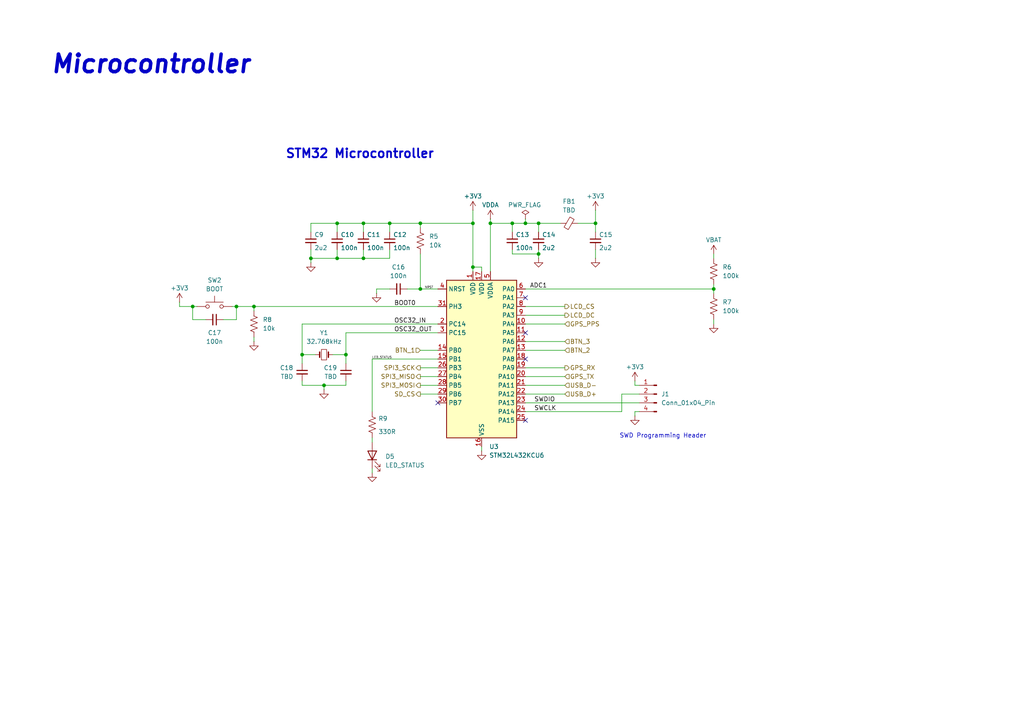
<source format=kicad_sch>
(kicad_sch (version 20231120) (generator "eeschema") (generator_version "8.0")
  (paper "A4")
  (title_block (title "Golf GPS") (date "2025-06-26") (rev "0") (company "B. Kuhn"))
  (lib_symbols
    (symbol "Connector:Conn_01x04_Pin" (pin_names (offset 1.016) hide)
      (property "Reference" "J" (at 0 5.08 0))
      (property "Value" "Conn_01x04_Pin" (at 0 -7.62 0))
      (symbol "Conn_01x04_Pin_1_1"
        (polyline (pts (xy 1.27 -5.08) (xy 0.8636 -5.08)) (stroke (width 0.1524)))
        (polyline (pts (xy 1.27 -2.54) (xy 0.8636 -2.54)) (stroke (width 0.1524)))
        (polyline (pts (xy 1.27 0) (xy 0.8636 0)) (stroke (width 0.1524)))
        (polyline (pts (xy 1.27 2.54) (xy 0.8636 2.54)) (stroke (width 0.1524)))
        (rectangle (start 0.8636 -4.953) (end 0 -5.207) (stroke (width 0.1524)) (fill (type outline)))
        (rectangle (start 0.8636 -2.413) (end 0 -2.667) (stroke (width 0.1524)) (fill (type outline)))
        (rectangle (start 0.8636 0.127) (end 0 -0.127) (stroke (width 0.1524)) (fill (type outline)))
        (rectangle (start 0.8636 2.667) (end 0 2.413) (stroke (width 0.1524)) (fill (type outline)))
        (pin passive line (at 5.08 2.54 180) (length 3.81) (name "Pin_1") (number "1"))
        (pin passive line (at 5.08 0 180) (length 3.81) (name "Pin_2") (number "2"))
        (pin passive line (at 5.08 -2.54 180) (length 3.81) (name "Pin_3") (number "3"))
        (pin passive line (at 5.08 -5.08 180) (length 3.81) (name "Pin_4") (number "4"))
      )
    )
    (symbol "Device:C_Small" (pin_numbers hide) (pin_names (offset 0.254) hide)
      (property "Reference" "C" (at 0.254 1.778 0))
      (property "Value" "C_Small" (at 0.254 -2.032 0))
      (symbol "C_Small_0_1"
        (polyline (pts (xy -1.524 -0.508) (xy 1.524 -0.508)) (stroke (width 0.3302)))
        (polyline (pts (xy -1.524 0.508) (xy 1.524 0.508)) (stroke (width 0.3048)))
      )
      (symbol "C_Small_1_1"
        (pin passive line (at 0 2.54 270) (length 2.032) (name "~") (number "1"))
        (pin passive line (at 0 -2.54 90) (length 2.032) (name "~") (number "2"))
      )
    )
    (symbol "Device:Crystal_Small" (pin_numbers hide) (pin_names (offset 1.016) hide)
      (property "Reference" "Y" (at 0 2.54 0))
      (property "Value" "Crystal_Small" (at 0 -2.54 0))
      (symbol "Crystal_Small_0_1"
        (rectangle (start -0.762 -1.524) (end 0.762 1.524))
        (polyline (pts (xy -1.27 -0.762) (xy -1.27 0.762)) (stroke (width 0.381)))
        (polyline (pts (xy 1.27 -0.762) (xy 1.27 0.762)) (stroke (width 0.381)))
      )
      (symbol "Crystal_Small_1_1"
        (pin passive line (at -2.54 0 0) (length 1.27) (name "1") (number "1"))
        (pin passive line (at 2.54 0 180) (length 1.27) (name "2") (number "2"))
      )
    )
    (symbol "Device:FerriteBead_Small" (pin_numbers hide) (pin_names (offset 0))
      (property "Reference" "FB" (at 1.905 1.27 0))
      (property "Value" "FerriteBead_Small" (at 1.905 -1.27 0))
      (symbol "FerriteBead_Small_0_1"
        (polyline (pts (xy 0 -1.27) (xy 0 -0.7874)))
        (polyline (pts (xy 0 0.889) (xy 0 1.2954)))
        (polyline (pts (xy -1.8288 0.2794) (xy -1.1176 1.4986) (xy 1.8288 -0.2032) (xy 1.1176 -1.4224) (xy -1.8288 0.2794)))
      )
      (symbol "FerriteBead_Small_1_1"
        (pin passive line (at 0 2.54 270) (length 1.27) (name "~") (number "1"))
        (pin passive line (at 0 -2.54 90) (length 1.27) (name "~") (number "2"))
      )
    )
    (symbol "Device:LED" (pin_numbers hide) (pin_names (offset 1.016) hide)
      (property "Reference" "D" (at 0 2.54 0))
      (property "Value" "LED" (at 0 -2.54 0))
      (symbol "LED_0_1"
        (polyline (pts (xy -1.27 -1.27) (xy -1.27 1.27)) (stroke (width 0.254)))
        (polyline (pts (xy -1.27 0) (xy 1.27 0)))
        (polyline (pts (xy 1.27 -1.27) (xy 1.27 1.27) (xy -1.27 0) (xy 1.27 -1.27)) (stroke (width 0.254)))
        (polyline (pts (xy -3.048 -0.762) (xy -4.572 -2.286) (xy -3.81 -2.286) (xy -4.572 -2.286) (xy -4.572 -1.524)))
        (polyline (pts (xy -1.778 -0.762) (xy -3.302 -2.286) (xy -2.54 -2.286) (xy -3.302 -2.286) (xy -3.302 -1.524)))
      )
      (symbol "LED_1_1"
        (pin passive line (at -3.81 0 0) (length 2.54) (name "K") (number "1"))
        (pin passive line (at 3.81 0 180) (length 2.54) (name "A") (number "2"))
      )
    )
    (symbol "Device:R_US" (pin_numbers hide) (pin_names (offset 0))
      (property "Reference" "R" (at 2.54 0 90))
      (property "Value" "R_US" (at -2.54 0 90))
      (symbol "R_US_0_1"
        (polyline (pts (xy 0 -2.286) (xy 0 -2.54)))
        (polyline (pts (xy 0 2.286) (xy 0 2.54)))
        (polyline (pts (xy 0 -0.762) (xy 1.016 -1.143) (xy 0 -1.524) (xy -1.016 -1.905) (xy 0 -2.286)))
        (polyline (pts (xy 0 0.762) (xy 1.016 0.381) (xy 0 0) (xy -1.016 -0.381) (xy 0 -0.762)))
        (polyline (pts (xy 0 2.286) (xy 1.016 1.905) (xy 0 1.524) (xy -1.016 1.143) (xy 0 0.762)))
      )
      (symbol "R_US_1_1"
        (pin passive line (at 0 3.81 270) (length 1.27) (name "~") (number "1"))
        (pin passive line (at 0 -3.81 90) (length 1.27) (name "~") (number "2"))
      )
    )
    (symbol "MCU_ST_STM32L4:STM32L432KCUx"
      (property "Reference" "U" (at -10.16 24.13 0))
      (property "Value" "STM32L432KCUx" (at 5.08 24.13 0))
      (symbol "STM32L432KCUx_0_1"
        (rectangle (start -10.16 -22.86) (end 10.16 22.86) (stroke (width 0.254)) (fill (type background)))
      )
      (symbol "STM32L432KCUx_1_1"
        (pin power_in line (at -2.54 25.4 270) (length 2.54) (name "VDD") (number "1"))
        (pin bidirectional line (at 12.7 10.16 180) (length 2.54) (name "PA4") (number "10"))
        (pin bidirectional line (at 12.7 7.62 180) (length 2.54) (name "PA5") (number "11"))
        (pin bidirectional line (at 12.7 5.08 180) (length 2.54) (name "PA6") (number "12"))
        (pin bidirectional line (at 12.7 2.54 180) (length 2.54) (name "PA7") (number "13"))
        (pin bidirectional line (at -12.7 2.54 0) (length 2.54) (name "PB0") (number "14"))
        (pin bidirectional line (at -12.7 0 0) (length 2.54) (name "PB1") (number "15"))
        (pin power_in line (at 0 -25.4 90) (length 2.54) (name "VSS") (number "16"))
        (pin power_in line (at 0 25.4 270) (length 2.54) (name "VDD") (number "17"))
        (pin bidirectional line (at 12.7 0 180) (length 2.54) (name "PA8") (number "18"))
        (pin bidirectional line (at 12.7 -2.54 180) (length 2.54) (name "PA9") (number "19"))
        (pin bidirectional line (at -12.7 10.16 0) (length 2.54) (name "PC14") (number "2"))
        (pin bidirectional line (at 12.7 -5.08 180) (length 2.54) (name "PA10") (number "20"))
        (pin bidirectional line (at 12.7 -7.62 180) (length 2.54) (name "PA11") (number "21"))
        (pin bidirectional line (at 12.7 -10.16 180) (length 2.54) (name "PA12") (number "22"))
        (pin bidirectional line (at 12.7 -12.7 180) (length 2.54) (name "PA13") (number "23"))
        (pin bidirectional line (at 12.7 -15.24 180) (length 2.54) (name "PA14") (number "24"))
        (pin bidirectional line (at 12.7 -17.78 180) (length 2.54) (name "PA15") (number "25"))
        (pin bidirectional line (at -12.7 -2.54 0) (length 2.54) (name "PB3") (number "26"))
        (pin bidirectional line (at -12.7 -5.08 0) (length 2.54) (name "PB4") (number "27"))
        (pin bidirectional line (at -12.7 -7.62 0) (length 2.54) (name "PB5") (number "28"))
        (pin bidirectional line (at -12.7 -10.16 0) (length 2.54) (name "PB6") (number "29"))
        (pin bidirectional line (at -12.7 7.62 0) (length 2.54) (name "PC15") (number "3"))
        (pin bidirectional line (at -12.7 -12.7 0) (length 2.54) (name "PB7") (number "30"))
        (pin bidirectional line (at -12.7 15.24 0) (length 2.54) (name "PH3") (number "31"))
        (pin passive line (at 0 -25.4 90) (length 2.54) hide (name "VSS") (number "32"))
        (pin passive line (at 0 -25.4 90) (length 2.54) hide (name "VSS") (number "33"))
        (pin input line (at -12.7 20.32 0) (length 2.54) (name "NRST") (number "4"))
        (pin power_in line (at 2.54 25.4 270) (length 2.54) (name "VDDA") (number "5"))
        (pin bidirectional line (at 12.7 20.32 180) (length 2.54) (name "PA0") (number "6"))
        (pin bidirectional line (at 12.7 17.78 180) (length 2.54) (name "PA1") (number "7"))
        (pin bidirectional line (at 12.7 15.24 180) (length 2.54) (name "PA2") (number "8"))
        (pin bidirectional line (at 12.7 12.7 180) (length 2.54) (name "PA3") (number "9"))
      )
    )
    (symbol "Switch:SW_Push" (pin_numbers hide) (pin_names (offset 1.016) hide)
      (property "Reference" "SW" (at 1.27 2.54 0))
      (property "Value" "SW_Push" (at 0 -1.524 0))
      (symbol "SW_Push_0_1"
        (circle (center -2.032 0) (radius 0.508))
        (polyline (pts (xy 0 1.27) (xy 0 3.048)))
        (polyline (pts (xy 2.54 1.27) (xy -2.54 1.27)))
        (circle (center 2.032 0) (radius 0.508))
        (pin passive line (at -5.08 0 0) (length 2.54) (name "1") (number "1"))
        (pin passive line (at 5.08 0 180) (length 2.54) (name "2") (number "2"))
      )
    )
    (symbol "power:+3V3" (power) (pin_numbers hide) (pin_names (offset 0) hide)
      (property "Value" "+3V3" (at 0 3.556 0))
      (symbol "+3V3_0_1"
        (polyline (pts (xy -0.762 1.27) (xy 0 2.54)))
        (polyline (pts (xy 0 0) (xy 0 2.54)))
        (polyline (pts (xy 0 2.54) (xy 0.762 1.27)))
      )
      (symbol "+3V3_1_1"
        (pin power_in line (at 0 0 90) (length 0) (name "~") (number "1"))
      )
    )
    (symbol "power:GND" (power) (pin_numbers hide) (pin_names (offset 0) hide)
      (property "Value" "GND" (at 0 -3.81 0))
      (symbol "GND_0_1"
        (polyline (pts (xy 0 0) (xy 0 -1.27) (xy 1.27 -1.27) (xy 0 -2.54) (xy -1.27 -1.27) (xy 0 -1.27)))
      )
      (symbol "GND_1_1"
        (pin power_in line (at 0 0 270) (length 0) (name "~") (number "1"))
      )
    )
    (symbol "power:PWR_FLAG" (power) (pin_numbers hide) (pin_names (offset 0) hide)
      (property "Value" "PWR_FLAG" (at 0 3.81 0))
      (symbol "PWR_FLAG_0_0"
        (pin power_out line (at 0 0 90) (length 0) (name "~") (number "1"))
      )
      (symbol "PWR_FLAG_0_1"
        (polyline (pts (xy 0 0) (xy 0 1.27) (xy -1.016 1.905) (xy 0 2.54) (xy 1.016 1.905) (xy 0 1.27)))
      )
    )
    (symbol "power:VDDA" (power) (pin_numbers hide) (pin_names (offset 0) hide)
      (property "Value" "VDDA" (at 0 3.556 0))
      (symbol "VDDA_0_1"
        (polyline (pts (xy -0.762 1.27) (xy 0 2.54)))
        (polyline (pts (xy 0 0) (xy 0 2.54)))
        (polyline (pts (xy 0 2.54) (xy 0.762 1.27)))
      )
      (symbol "VDDA_1_1"
        (pin power_in line (at 0 0 90) (length 0) (name "~") (number "1"))
      )
    )
  )
  (junction (at 137.16 64.77))
  (junction (at 152.4 64.77))
  (junction (at 68.58 88.9))
  (junction (at 87.63 102.87))
  (junction (at 142.24 64.77))
  (junction (at 156.21 64.77))
  (junction (at 73.66 88.9))
  (junction (at 90.17 74.93))
  (junction (at 121.92 64.77))
  (junction (at 105.41 74.93))
  (junction (at 93.98 111.76))
  (junction (at 207.01 83.82))
  (junction (at 97.79 74.93))
  (junction (at 100.33 102.87))
  (junction (at 55.88 88.9))
  (junction (at 137.16 77.47))
  (junction (at 97.79 64.77))
  (junction (at 113.03 64.77))
  (junction (at 156.21 73.66))
  (junction (at 148.59 64.77))
  (junction (at 172.72 64.77))
  (junction (at 105.41 64.77))
  (junction (at 121.92 83.82))
  (no_connect (at 127 116.84))
  (no_connect (at 152.4 104.14))
  (no_connect (at 152.4 96.52))
  (no_connect (at 152.4 86.36))
  (no_connect (at 152.4 121.92))
  (wire (pts (xy 152.4 91.44) (xy 163.83 91.44)))
  (wire (pts (xy 93.98 111.76) (xy 93.98 113.03)))
  (wire (pts (xy 109.22 85.09) (xy 109.22 83.82)))
  (wire (pts (xy 52.07 88.9) (xy 52.07 87.63)))
  (wire (pts (xy 97.79 74.93) (xy 105.41 74.93)))
  (wire (pts (xy 152.4 111.76) (xy 163.83 111.76)))
  (wire (pts (xy 139.7 77.47) (xy 139.7 78.74)))
  (wire (pts (xy 184.15 119.38) (xy 184.15 120.65)))
  (wire (pts (xy 180.34 114.3) (xy 180.34 119.38)))
  (wire (pts (xy 68.58 92.71) (xy 64.77 92.71)))
  (wire (pts (xy 87.63 111.76) (xy 87.63 110.49)))
  (wire (pts (xy 113.03 67.31) (xy 113.03 64.77)))
  (wire (pts (xy 90.17 64.77) (xy 90.17 67.31)))
  (wire (pts (xy 172.72 64.77) (xy 172.72 67.31)))
  (wire (pts (xy 107.95 104.14) (xy 127 104.14)))
  (wire (pts (xy 67.31 88.9) (xy 68.58 88.9)))
  (wire (pts (xy 113.03 72.39) (xy 113.03 74.93)))
  (wire (pts (xy 73.66 88.9) (xy 73.66 90.17)))
  (wire (pts (xy 68.58 88.9) (xy 68.58 92.71)))
  (wire (pts (xy 148.59 64.77) (xy 152.4 64.77)))
  (wire (pts (xy 172.72 60.96) (xy 172.72 64.77)))
  (wire (pts (xy 152.4 93.98) (xy 163.83 93.98)))
  (wire (pts (xy 156.21 73.66) (xy 156.21 74.93)))
  (wire (pts (xy 118.11 83.82) (xy 121.92 83.82)))
  (wire (pts (xy 139.7 129.54) (xy 139.7 130.81)))
  (wire (pts (xy 185.42 111.76) (xy 184.15 111.76)))
  (wire (pts (xy 207.01 73.66) (xy 207.01 74.93)))
  (wire (pts (xy 148.59 64.77) (xy 148.59 67.31)))
  (wire (pts (xy 105.41 74.93) (xy 113.03 74.93)))
  (wire (pts (xy 152.4 114.3) (xy 163.83 114.3)))
  (wire (pts (xy 90.17 74.93) (xy 90.17 76.2)))
  (wire (pts (xy 127 114.3) (xy 121.92 114.3)))
  (wire (pts (xy 121.92 64.77) (xy 137.16 64.77)))
  (wire (pts (xy 142.24 63.5) (xy 142.24 64.77)))
  (wire (pts (xy 152.4 83.82) (xy 207.01 83.82)))
  (wire (pts (xy 185.42 114.3) (xy 180.34 114.3)))
  (wire (pts (xy 87.63 93.98) (xy 127 93.98)))
  (wire (pts (xy 100.33 110.49) (xy 100.33 111.76)))
  (wire (pts (xy 73.66 88.9) (xy 68.58 88.9)))
  (wire (pts (xy 73.66 88.9) (xy 127 88.9)))
  (wire (pts (xy 156.21 64.77) (xy 156.21 67.31)))
  (wire (pts (xy 109.22 83.82) (xy 113.03 83.82)))
  (wire (pts (xy 121.92 73.66) (xy 121.92 83.82)))
  (wire (pts (xy 87.63 102.87) (xy 91.44 102.87)))
  (wire (pts (xy 113.03 64.77) (xy 105.41 64.77)))
  (wire (pts (xy 137.16 60.96) (xy 137.16 64.77)))
  (wire (pts (xy 148.59 72.39) (xy 148.59 73.66)))
  (wire (pts (xy 107.95 127) (xy 107.95 128.27)))
  (wire (pts (xy 121.92 66.04) (xy 121.92 64.77)))
  (wire (pts (xy 105.41 72.39) (xy 105.41 74.93)))
  (wire (pts (xy 73.66 97.79) (xy 73.66 99.06)))
  (wire (pts (xy 100.33 102.87) (xy 100.33 105.41)))
  (wire (pts (xy 87.63 102.87) (xy 87.63 105.41)))
  (wire (pts (xy 121.92 83.82) (xy 127 83.82)))
  (wire (pts (xy 207.01 92.71) (xy 207.01 93.98)))
  (wire (pts (xy 97.79 64.77) (xy 105.41 64.77)))
  (wire (pts (xy 55.88 88.9) (xy 55.88 92.71)))
  (wire (pts (xy 152.4 106.68) (xy 163.83 106.68)))
  (wire (pts (xy 152.4 64.77) (xy 156.21 64.77)))
  (wire (pts (xy 142.24 64.77) (xy 148.59 64.77)))
  (wire (pts (xy 152.4 88.9) (xy 163.83 88.9)))
  (wire (pts (xy 90.17 72.39) (xy 90.17 74.93)))
  (wire (pts (xy 185.42 119.38) (xy 184.15 119.38)))
  (wire (pts (xy 127 109.22) (xy 121.92 109.22)))
  (wire (pts (xy 152.4 119.38) (xy 180.34 119.38)))
  (wire (pts (xy 52.07 88.9) (xy 55.88 88.9)))
  (wire (pts (xy 156.21 72.39) (xy 156.21 73.66)))
  (wire (pts (xy 97.79 64.77) (xy 97.79 67.31)))
  (wire (pts (xy 121.92 111.76) (xy 127 111.76)))
  (wire (pts (xy 152.4 63.5) (xy 152.4 64.77)))
  (wire (pts (xy 127 106.68) (xy 121.92 106.68)))
  (wire (pts (xy 152.4 109.22) (xy 163.83 109.22)))
  (wire (pts (xy 137.16 78.74) (xy 137.16 77.47)))
  (wire (pts (xy 59.69 92.71) (xy 55.88 92.71)))
  (wire (pts (xy 142.24 64.77) (xy 142.24 78.74)))
  (wire (pts (xy 100.33 96.52) (xy 127 96.52)))
  (wire (pts (xy 113.03 64.77) (xy 121.92 64.77)))
  (wire (pts (xy 137.16 64.77) (xy 137.16 77.47)))
  (wire (pts (xy 148.59 73.66) (xy 156.21 73.66)))
  (wire (pts (xy 87.63 93.98) (xy 87.63 102.87)))
  (wire (pts (xy 127 101.6) (xy 121.92 101.6)))
  (wire (pts (xy 100.33 102.87) (xy 96.52 102.87)))
  (wire (pts (xy 137.16 77.47) (xy 139.7 77.47)))
  (wire (pts (xy 93.98 111.76) (xy 87.63 111.76)))
  (wire (pts (xy 156.21 64.77) (xy 162.56 64.77)))
  (wire (pts (xy 107.95 135.89) (xy 107.95 137.16)))
  (wire (pts (xy 107.95 104.14) (xy 107.95 119.38)))
  (wire (pts (xy 105.41 64.77) (xy 105.41 67.31)))
  (wire (pts (xy 90.17 64.77) (xy 97.79 64.77)))
  (wire (pts (xy 97.79 72.39) (xy 97.79 74.93)))
  (wire (pts (xy 152.4 99.06) (xy 163.83 99.06)))
  (wire (pts (xy 152.4 116.84) (xy 185.42 116.84)))
  (wire (pts (xy 100.33 96.52) (xy 100.33 102.87)))
  (wire (pts (xy 172.72 72.39) (xy 172.72 74.93)))
  (wire (pts (xy 152.4 101.6) (xy 163.83 101.6)))
  (wire (pts (xy 93.98 111.76) (xy 100.33 111.76)))
  (wire (pts (xy 57.15 88.9) (xy 55.88 88.9)))
  (wire (pts (xy 90.17 74.93) (xy 97.79 74.93)))
  (wire (pts (xy 184.15 110.49) (xy 184.15 111.76)))
  (wire (pts (xy 207.01 83.82) (xy 207.01 85.09)))
  (wire (pts (xy 207.01 82.55) (xy 207.01 83.82)))
  (wire (pts (xy 167.64 64.77) (xy 172.72 64.77)))
  (text "SWD Programming Header" (at 192.278 126.492 0) (effects (font (size 1.27 1.27))))
  (text "Microcontroller" (at 14.478 15.748 0) (effects (font (size 5.08 5.08) (thickness 1.016) (bold yes) (italic yes)) (justify left top)))
  (text "STM32 Microcontroller" (at 104.394 44.704 0) (effects (font (size 2.54 2.54) (thickness 0.508) (bold yes))))
  (label "LED_STATUS" (at 107.95 104.14 0) (effects (font (size 0.635 0.635) (thickness 0.0794))))
  (label "SWCLK" (at 154.94 119.38 0))
  (label "OSC32_OUT" (at 114.3 96.52 0))
  (label "SWDIO" (at 154.94 116.84 0))
  (label "ADC1" (at 153.67 83.82 0))
  (label "BOOT0" (at 114.3 88.9 0))
  (label "OSC32_IN" (at 114.3 93.98 0))
  (label "NRST" (at 123.19 83.82 0) (effects (font (size 0.635 0.635) (thickness 0.0794))))
  (hierarchical_label "GPS_RX" (shape output) (at 163.83 106.68 0))
  (hierarchical_label "USB_D+" (shape input) (at 163.83 114.3 0))
  (hierarchical_label "SD_CS" (shape output) (at 121.92 114.3 180))
  (hierarchical_label "BTN_3" (shape input) (at 163.83 99.06 0))
  (hierarchical_label "LCD_DC" (shape output) (at 163.83 91.44 0))
  (hierarchical_label "BTN_1" (shape input) (at 121.92 101.6 180))
  (hierarchical_label "GPS_PPS" (shape input) (at 163.83 93.98 0))
  (hierarchical_label "SPI3_SCK" (shape output) (at 121.92 106.68 180))
  (hierarchical_label "SPI3_MISO" (shape output) (at 121.92 109.22 180))
  (hierarchical_label "SPI3_MOSI" (shape output) (at 121.92 111.76 180))
  (hierarchical_label "LCD_CS" (shape output) (at 163.83 88.9 0))
  (hierarchical_label "USB_D-" (shape input) (at 163.83 111.76 0))
  (hierarchical_label "BTN_2" (shape input) (at 163.83 101.6 0))
  (hierarchical_label "GPS_TX" (shape input) (at 163.83 109.22 0))
  (symbol (lib_id "power:+3V3") (at 207.01 73.66 0) (unit 1)
    (property "Reference" "#PWR030" (effects (hide yes)))
    (property "Value" "VBAT" (at 207.01 69.596 0))
    (property "Description" "Power symbol creates a global label with name \"+3V3\"" (effects (hide yes)))
  )
  (symbol (lib_id "power:GND") (at 109.22 85.09 0) (unit 1)
    (property "Reference" "#PWR034" (effects (hide yes)))
    (property "Value" "GND" (effects (hide yes)))
    (property "Description" "Power symbol creates a global label with name \"GND\" , ground" (effects (hide yes)))
  )
  (symbol (lib_id "Device:R_US") (at 207.01 88.9 180) (unit 1)
    (property "Reference" "R7" (at 209.55 87.6299 0) (effects (justify right)))
    (property "Value" "100k" (at 209.55 90.1699 0) (effects (justify right)))
    (property "Footprint" "Resistor_SMD:R_0603_1608Metric" (effects (hide yes)))
    (property "Description" "Resistor, US symbol" (effects (hide yes)))
  )
  (symbol (lib_id "Device:C_Small") (at 62.23 92.71 270) (unit 1)
    (property "Reference" "C17" (at 62.2236 96.52 90))
    (property "Value" "100n" (at 62.2236 99.06 90))
    (property "Footprint" "Capacitor_SMD:C_0603_1608Metric" (effects (hide yes)))
    (property "Description" "Unpolarized capacitor, small symbol" (effects (hide yes)))
  )
  (symbol (lib_id "Device:C_Small") (at 113.03 69.85 0) (unit 1)
    (property "Reference" "C12" (at 114.046 68.072 0) (effects (justify left)))
    (property "Value" "100n" (at 114.046 71.882 0) (effects (justify left)))
    (property "Footprint" "Capacitor_SMD:C_0603_1608Metric" (effects (hide yes)))
    (property "Description" "Unpolarized capacitor, small symbol" (effects (hide yes)))
  )
  (symbol (lib_id "power:GND") (at 107.95 137.16 0) (unit 1)
    (property "Reference" "#PWR042" (effects (hide yes)))
    (property "Value" "GND" (effects (hide yes)))
    (property "Description" "Power symbol creates a global label with name \"GND\" , ground" (effects (hide yes)))
  )
  (symbol (lib_id "Device:R_US") (at 107.95 123.19 0) (unit 1)
    (property "Reference" "R9" (at 109.728 121.412 0) (effects (justify left)))
    (property "Value" "330R" (at 109.728 125.222 0) (effects (justify left)))
    (property "Footprint" "Resistor_SMD:R_0603_1608Metric" (effects (hide yes)))
    (property "Description" "Resistor, US symbol" (effects (hide yes)))
  )
  (symbol (lib_id "power:GND") (at 184.15 120.65 0) (unit 1)
    (property "Reference" "#PWR040" (effects (hide yes)))
    (property "Value" "GND" (effects (hide yes)))
    (property "Description" "Power symbol creates a global label with name \"GND\" , ground" (effects (hide yes)))
  )
  (symbol (lib_id "Device:C_Small") (at 100.33 107.95 0) (mirror y) (unit 1)
    (property "Reference" "C19" (at 97.79 106.6862 0) (effects (justify left)))
    (property "Value" "TBD" (at 97.79 109.2262 0) (effects (justify left)))
    (property "Footprint" "Capacitor_SMD:C_0603_1608Metric" (effects (hide yes)))
    (property "Description" "Unpolarized capacitor, small symbol" (effects (hide yes)))
  )
  (symbol (lib_id "Device:C_Small") (at 97.79 69.85 0) (unit 1)
    (property "Reference" "C10" (at 98.806 68.072 0) (effects (justify left)))
    (property "Value" "100n" (at 98.806 71.882 0) (effects (justify left)))
    (property "Footprint" "Capacitor_SMD:C_0603_1608Metric" (effects (hide yes)))
    (property "Description" "Unpolarized capacitor, small symbol" (effects (hide yes)))
  )
  (symbol (lib_id "power:+3V3") (at 52.07 87.63 0) (unit 1)
    (property "Reference" "#PWR035" (effects (hide yes)))
    (property "Value" "+3V3" (at 52.07 83.566 0))
    (property "Description" "Power symbol creates a global label with name \"+3V3\"" (effects (hide yes)))
  )
  (symbol (lib_id "power:VDDA") (at 142.24 63.5 0) (unit 1)
    (property "Reference" "#PWR029" (effects (hide yes)))
    (property "Value" "VDDA" (at 142.24 59.436 0))
    (property "Description" "Power symbol creates a global label with name \"VDDA\"" (effects (hide yes)))
  )
  (symbol (lib_id "Device:R_US") (at 73.66 93.98 0) (unit 1)
    (property "Reference" "R8" (at 76.2 92.7099 0) (effects (justify left)))
    (property "Value" "10k" (at 76.2 95.2499 0) (effects (justify left)))
    (property "Footprint" "Resistor_SMD:R_0603_1608Metric" (effects (hide yes)))
    (property "Description" "Resistor, US symbol" (effects (hide yes)))
  )
  (symbol (lib_id "power:+3V3") (at 137.16 60.96 0) (unit 1)
    (property "Reference" "#PWR027" (effects (hide yes)))
    (property "Value" "+3V3" (at 137.16 56.896 0))
    (property "Description" "Power symbol creates a global label with name \"+3V3\"" (effects (hide yes)))
  )
  (symbol (lib_id "power:GND") (at 90.17 76.2 0) (unit 1)
    (property "Reference" "#PWR033" (effects (hide yes)))
    (property "Value" "GND" (effects (hide yes)))
    (property "Description" "Power symbol creates a global label with name \"GND\" , ground" (effects (hide yes)))
  )
  (symbol (lib_id "power:GND") (at 93.98 113.03 0) (unit 1)
    (property "Reference" "#PWR039" (effects (hide yes)))
    (property "Value" "GND" (effects (hide yes)))
    (property "Description" "Power symbol creates a global label with name \"GND\" , ground" (effects (hide yes)))
  )
  (symbol (lib_id "Device:C_Small") (at 87.63 107.95 0) (unit 1)
    (property "Reference" "C18" (at 85.09 106.6862 0) (effects (justify right)))
    (property "Value" "TBD" (at 85.09 109.2262 0) (effects (justify right)))
    (property "Footprint" "Capacitor_SMD:C_0603_1608Metric" (effects (hide yes)))
    (property "Description" "Unpolarized capacitor, small symbol" (effects (hide yes)))
  )
  (symbol (lib_id "power:GND") (at 73.66 99.06 0) (unit 1)
    (property "Reference" "#PWR037" (effects (hide yes)))
    (property "Value" "GND" (effects (hide yes)))
    (property "Description" "Power symbol creates a global label with name \"GND\" , ground" (effects (hide yes)))
  )
  (symbol (lib_id "Connector:Conn_01x04_Pin") (at 190.5 114.3 0) (mirror y) (unit 1)
    (property "Reference" "J1" (at 191.77 114.2999 0) (effects (justify right)))
    (property "Value" "Conn_01x04_Pin" (at 191.77 116.8399 0) (effects (justify right)))
    (property "Footprint" "Connector_PinHeader_2.54mm:PinHeader_1x04_P2.54mm_Horizontal" (effects (hide yes)))
    (property "Description" "Generic connector, single row, 01x04, script generated" (effects (hide yes)))
  )
  (symbol (lib_id "power:GND") (at 139.7 130.81 0) (unit 1)
    (property "Reference" "#PWR041" (effects (hide yes)))
    (property "Value" "GND" (effects (hide yes)))
    (property "Description" "Power symbol creates a global label with name \"GND\" , ground" (effects (hide yes)))
  )
  (symbol (lib_id "power:GND") (at 156.21 74.93 0) (unit 1)
    (property "Reference" "#PWR031" (effects (hide yes)))
    (property "Value" "GND" (effects (hide yes)))
    (property "Description" "Power symbol creates a global label with name \"GND\" , ground" (effects (hide yes)))
  )
  (symbol (lib_id "Device:C_Small") (at 172.72 69.85 0) (unit 1)
    (property "Reference" "C15" (at 173.736 68.072 0) (effects (justify left)))
    (property "Value" "2u2" (at 173.736 71.882 0) (effects (justify left)))
    (property "Footprint" "Capacitor_SMD:C_0603_1608Metric" (effects (hide yes)))
    (property "Description" "Unpolarized capacitor, small symbol" (effects (hide yes)))
  )
  (symbol (lib_id "Device:C_Small") (at 148.59 69.85 0) (unit 1)
    (property "Reference" "C13" (at 149.606 68.072 0) (effects (justify left)))
    (property "Value" "100n" (at 149.606 71.882 0) (effects (justify left)))
    (property "Footprint" "Capacitor_SMD:C_0603_1608Metric" (effects (hide yes)))
    (property "Description" "Unpolarized capacitor, small symbol" (effects (hide yes)))
  )
  (symbol (lib_id "Device:C_Small") (at 156.21 69.85 0) (unit 1)
    (property "Reference" "C14" (at 157.226 68.072 0) (effects (justify left)))
    (property "Value" "2u2" (at 157.226 71.882 0) (effects (justify left)))
    (property "Footprint" "Capacitor_SMD:C_0603_1608Metric" (effects (hide yes)))
    (property "Description" "Unpolarized capacitor, small symbol" (effects (hide yes)))
  )
  (symbol (lib_id "Device:LED") (at 107.95 132.08 90) (unit 1)
    (property "Reference" "D5" (at 111.76 132.3974 90) (effects (justify right)))
    (property "Value" "LED_STATUS" (at 111.76 134.9374 90) (effects (justify right)))
    (property "Footprint" "LED_SMD:LED_0805_2012Metric" (effects (hide yes)))
    (property "Description" "Light emitting diode" (effects (hide yes)))
  )
  (symbol (lib_id "power:PWR_FLAG") (at 152.4 63.5 0) (unit 1)
    (property "Reference" "#FLG05" (effects (hide yes)))
    (property "Value" "PWR_FLAG" (at 152.146 59.436 0))
    (property "Description" "Special symbol for telling ERC where power comes from" (effects (hide yes)))
  )
  (symbol (lib_id "Device:C_Small") (at 90.17 69.85 0) (unit 1)
    (property "Reference" "C9" (at 91.186 68.072 0) (effects (justify left)))
    (property "Value" "2u2" (at 91.186 71.882 0) (effects (justify left)))
    (property "Footprint" "Capacitor_SMD:C_0603_1608Metric" (effects (hide yes)))
    (property "Description" "Unpolarized capacitor, small symbol" (effects (hide yes)))
  )
  (symbol (lib_id "Switch:SW_Push") (at 62.23 88.9 0) (mirror y) (unit 1)
    (property "Reference" "SW2" (at 62.23 81.28 0))
    (property "Value" "BOOT" (at 62.23 83.82 0))
    (property "Footprint" "Button_Switch_THT:SW_PUSH_6mm_H4.3mm" (effects (hide yes)))
    (property "Description" "Push button switch, generic, two pins" (effects (hide yes)))
  )
  (symbol (lib_id "power:+3V3") (at 172.72 60.96 0) (unit 1)
    (property "Reference" "#PWR028" (effects (hide yes)))
    (property "Value" "+3V3" (at 172.72 56.896 0))
    (property "Description" "Power symbol creates a global label with name \"+3V3\"" (effects (hide yes)))
  )
  (symbol (lib_id "power:GND") (at 172.72 74.93 0) (unit 1)
    (property "Reference" "#PWR032" (effects (hide yes)))
    (property "Value" "GND" (effects (hide yes)))
    (property "Description" "Power symbol creates a global label with name \"GND\" , ground" (effects (hide yes)))
  )
  (symbol (lib_id "power:+3V3") (at 184.15 110.49 0) (unit 1)
    (property "Reference" "#PWR038" (effects (hide yes)))
    (property "Value" "+3V3" (at 184.15 106.426 0))
    (property "Description" "Power symbol creates a global label with name \"+3V3\"" (effects (hide yes)))
  )
  (symbol (lib_id "power:GND") (at 207.01 93.98 0) (unit 1)
    (property "Reference" "#PWR036" (effects (hide yes)))
    (property "Value" "GND" (effects (hide yes)))
    (property "Description" "Power symbol creates a global label with name \"GND\" , ground" (effects (hide yes)))
  )
  (symbol (lib_id "Device:Crystal_Small") (at 93.98 102.87 180) (unit 1)
    (property "Reference" "Y1" (at 93.98 96.52 0))
    (property "Value" "32.768kHz" (at 93.98 99.06 0))
    (property "Footprint" "Crystal:Crystal_DS26_D2.0mm_L6.0mm_Horizontal" (effects (hide yes)))
    (property "Datasheet" "https://www.lcsc.com/datasheet/lcsc_datasheet_2403291504_YXC-Crystal-Oscillators-X206032768KGB2SC_C2236.pdf" (effects (hide yes)))
    (property "Description" "Two pin crystal, small symbol" (effects (hide yes)))
  )
  (symbol (lib_id "Device:FerriteBead_Small") (at 165.1 64.77 90) (unit 1)
    (property "Reference" "FB1" (at 165.0619 58.42 90))
    (property "Value" "TBD" (at 165.0619 60.96 90))
    (property "Footprint" "Inductor_SMD:L_0603_1608Metric" (effects (hide yes)))
    (property "Datasheet" "https://www.murata.com/en-us/products/productdata/8796738650142/ENFA0003.pdf" (effects (hide yes)))
    (property "Description" "Ferrite bead, small symbol" (effects (hide yes)))
  )
  (symbol (lib_id "MCU_ST_STM32L4:STM32L432KCUx") (at 139.7 104.14 0) (unit 1)
    (property "Reference" "U3" (at 141.8941 129.54 0) (effects (justify left)))
    (property "Value" "STM32L432KCU6" (at 141.8941 132.08 0) (effects (justify left)))
    (property "Footprint" "Package_DFN_QFN:QFN-32-1EP_5x5mm_P0.5mm_EP3.45x3.45mm" (effects (hide yes)))
    (property "Datasheet" "https://www.st.com/resource/en/datasheet/stm32l432kc.pdf" (effects (hide yes)))
    (property "Description" "STMicroelectronics Arm Cortex-M4 MCU, 256KB flash, 64KB RAM, 80 MHz, 1.71-3.6V, 26 GPIO, UFQFPN32" (effects (hide yes)))
  )
  (symbol (lib_id "Device:C_Small") (at 115.57 83.82 270) (unit 1)
    (property "Reference" "C16" (at 115.5636 77.47 90))
    (property "Value" "100n" (at 115.5636 80.01 90))
    (property "Footprint" "Capacitor_SMD:C_0603_1608Metric" (effects (hide yes)))
    (property "Description" "Unpolarized capacitor, small symbol" (effects (hide yes)))
  )
  (symbol (lib_id "Device:C_Small") (at 105.41 69.85 0) (unit 1)
    (property "Reference" "C11" (at 106.426 68.072 0) (effects (justify left)))
    (property "Value" "100n" (at 106.426 71.882 0) (effects (justify left)))
    (property "Footprint" "Capacitor_SMD:C_0603_1608Metric" (effects (hide yes)))
    (property "Description" "Unpolarized capacitor, small symbol" (effects (hide yes)))
  )
  (symbol (lib_id "Device:R_US") (at 121.92 69.85 180) (unit 1)
    (property "Reference" "R5" (at 124.46 68.5799 0) (effects (justify right)))
    (property "Value" "10k" (at 124.46 71.1199 0) (effects (justify right)))
    (property "Footprint" "Resistor_SMD:R_0603_1608Metric" (effects (hide yes)))
    (property "Description" "Resistor, US symbol" (effects (hide yes)))
  )
  (symbol (lib_id "Device:R_US") (at 207.01 78.74 180) (unit 1)
    (property "Reference" "R6" (at 209.55 77.4699 0) (effects (justify right)))
    (property "Value" "100k" (at 209.55 80.0099 0) (effects (justify right)))
    (property "Footprint" "Resistor_SMD:R_0603_1608Metric" (effects (hide yes)))
    (property "Description" "Resistor, US symbol" (effects (hide yes)))
  )
)
</source>
